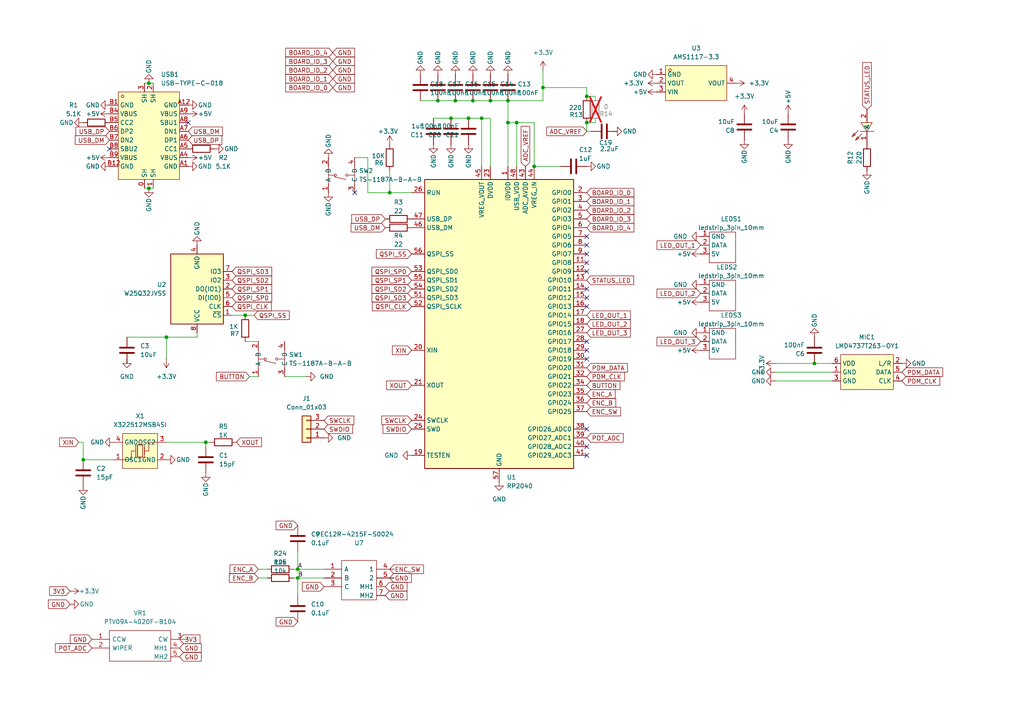
<source format=kicad_sch>
(kicad_sch (version 20231120) (generator "eeschema") (generator_version "8.0")
  (paper "A4")
  (junction (at 154.94 48.26))
  (junction (at 157.48 25.4))
  (junction (at 139.7 34.29))
  (junction (at 71.12 91.44))
  (junction (at 86.36 165.1))
  (junction (at 142.24 29.21))
  (junction (at 170.18 27.94))
  (junction (at 43.18 54.61))
  (junction (at 86.36 167.64))
  (junction (at 59.69 128.27))
  (junction (at 127 29.21))
  (junction (at 24.13 133.35))
  (junction (at 130.81 34.29))
  (junction (at 147.32 29.21))
  (junction (at 147.32 35.56))
  (junction (at 236.22 105.41))
  (junction (at 132.08 29.21))
  (junction (at 149.86 35.56))
  (junction (at 43.18 24.13))
  (junction (at 135.89 34.29))
  (junction (at 113.03 55.88))
  (junction (at 170.18 35.56))
  (junction (at 137.16 29.21))
  (junction (at 48.26 97.79))
  (no_connect (at 170.18 73.66))
  (no_connect (at 102.87 55.88))
  (no_connect (at 170.18 104.14))
  (no_connect (at 170.18 68.58))
  (no_connect (at 170.18 132.08))
  (no_connect (at 170.18 99.06))
  (no_connect (at 31.75 43.18))
  (no_connect (at 170.18 83.82))
  (no_connect (at 170.18 76.2))
  (no_connect (at 170.18 86.36))
  (no_connect (at 170.18 71.12))
  (no_connect (at 170.18 124.46))
  (no_connect (at 170.18 78.74))
  (no_connect (at 54.61 35.56))
  (no_connect (at 170.18 88.9))
  (no_connect (at 170.18 129.54))
  (no_connect (at 170.18 101.6))
  (wire (pts (xy 48.26 97.79) (xy 48.26 104.14)))
  (wire (pts (xy 170.18 35.56) (xy 170.18 38.1)))
  (wire (pts (xy 72.39 109.22) (xy 74.93 109.22)))
  (wire (pts (xy 85.09 167.64) (xy 86.36 167.64)))
  (wire (pts (xy 147.32 35.56) (xy 149.86 35.56)))
  (wire (pts (xy 74.93 99.06) (xy 71.12 99.06)))
  (wire (pts (xy 157.48 25.4) (xy 170.18 25.4)))
  (wire (pts (xy 41.91 54.61) (xy 43.18 54.61)))
  (wire (pts (xy 147.32 29.21) (xy 147.32 35.56)))
  (wire (pts (xy 85.09 165.1) (xy 86.36 165.1)))
  (wire (pts (xy 74.93 167.64) (xy 77.47 167.64)))
  (wire (pts (xy 41.91 24.13) (xy 43.18 24.13)))
  (wire (pts (xy 135.89 34.29) (xy 139.7 34.29)))
  (wire (pts (xy 67.31 91.44) (xy 71.12 91.44)))
  (wire (pts (xy 149.86 35.56) (xy 149.86 48.26)))
  (wire (pts (xy 127 29.21) (xy 132.08 29.21)))
  (wire (pts (xy 170.18 27.94) (xy 170.18 29.21)))
  (wire (pts (xy 113.03 49.53) (xy 113.03 55.88)))
  (wire (pts (xy 132.08 29.21) (xy 137.16 29.21)))
  (wire (pts (xy 43.18 54.61) (xy 44.45 54.61)))
  (wire (pts (xy 170.18 27.94) (xy 172.72 27.94)))
  (wire (pts (xy 86.36 165.1) (xy 93.98 165.1)))
  (wire (pts (xy 86.36 167.64) (xy 86.36 172.72)))
  (wire (pts (xy 82.55 109.22) (xy 88.9 109.22)))
  (wire (pts (xy 102.87 45.72) (xy 106.68 45.72)))
  (wire (pts (xy 241.3 107.95) (xy 224.79 107.95)))
  (wire (pts (xy 171.45 38.1) (xy 170.18 38.1)))
  (wire (pts (xy 157.48 29.21) (xy 147.32 29.21)))
  (wire (pts (xy 170.18 35.56) (xy 172.72 35.56)))
  (wire (pts (xy 241.3 105.41) (xy 236.22 105.41)))
  (wire (pts (xy 162.56 48.26) (xy 154.94 48.26)))
  (wire (pts (xy 22.86 128.27) (xy 24.13 128.27)))
  (wire (pts (xy 241.3 110.49) (xy 224.79 110.49)))
  (wire (pts (xy 106.68 45.72) (xy 106.68 55.88)))
  (wire (pts (xy 36.83 97.79) (xy 48.26 97.79)))
  (wire (pts (xy 142.24 48.26) (xy 142.24 34.29)))
  (wire (pts (xy 24.13 128.27) (xy 24.13 133.35)))
  (wire (pts (xy 137.16 29.21) (xy 142.24 29.21)))
  (wire (pts (xy 149.86 35.56) (xy 154.94 35.56)))
  (wire (pts (xy 147.32 35.56) (xy 147.32 48.26)))
  (wire (pts (xy 60.96 128.27) (xy 59.69 128.27)))
  (wire (pts (xy 113.03 55.88) (xy 119.38 55.88)))
  (wire (pts (xy 236.22 105.41) (xy 224.79 105.41)))
  (wire (pts (xy 36.83 104.14) (xy 36.83 105.41)))
  (wire (pts (xy 113.03 165.1) (xy 114.3 165.1)))
  (wire (pts (xy 48.26 97.79) (xy 57.15 97.79)))
  (wire (pts (xy 113.03 167.64) (xy 114.3 167.64)))
  (wire (pts (xy 125.73 34.29) (xy 130.81 34.29)))
  (wire (pts (xy 86.36 167.64) (xy 93.98 167.64)))
  (wire (pts (xy 170.18 25.4) (xy 170.18 27.94)))
  (wire (pts (xy 130.81 34.29) (xy 135.89 34.29)))
  (wire (pts (xy 48.26 128.27) (xy 59.69 128.27)))
  (wire (pts (xy 157.48 20.32) (xy 157.48 25.4)))
  (wire (pts (xy 74.93 165.1) (xy 77.47 165.1)))
  (wire (pts (xy 86.36 160.02) (xy 86.36 165.1)))
  (wire (pts (xy 142.24 29.21) (xy 147.32 29.21)))
  (wire (pts (xy 179.07 38.1) (xy 177.8 38.1)))
  (wire (pts (xy 33.02 133.35) (xy 24.13 133.35)))
  (wire (pts (xy 106.68 55.88) (xy 113.03 55.88)))
  (wire (pts (xy 71.12 91.44) (xy 73.66 91.44)))
  (wire (pts (xy 43.18 24.13) (xy 44.45 24.13)))
  (wire (pts (xy 52.07 185.42) (xy 54.61 185.42)))
  (wire (pts (xy 139.7 34.29) (xy 139.7 48.26)))
  (wire (pts (xy 121.92 29.21) (xy 127 29.21)))
  (wire (pts (xy 157.48 25.4) (xy 157.48 29.21)))
  (wire (pts (xy 154.94 48.26) (xy 154.94 35.56)))
  (wire (pts (xy 142.24 34.29) (xy 139.7 34.29)))
  (wire (pts (xy 59.69 128.27) (xy 59.69 129.54)))
  (wire (pts (xy 57.15 97.79) (xy 57.15 96.52)))
  (label "B" (at 86.36 167.64 0))
  (label "A" (at 86.36 165.1 0))
  (global_label "QSPI_SD2" (shape input) (at 119.38 83.82 180) (property "Intersheetrefs" "${INTERSHEET_REFS}" (effects (hide yes))))
  (global_label "USB_DM" (shape input) (at 54.61 38.1 0) (property "Intersheetrefs" "${INTERSHEET_REFS}" (effects (hide yes))))
  (global_label "GND" (shape input) (at 96.52 25.4 0) (property "Intersheetrefs" "${INTERSHEET_REFS}" (effects (hide yes))))
  (global_label "USB_DM" (shape input) (at 111.76 66.04 180) (property "Intersheetrefs" "${INTERSHEET_REFS}" (effects (hide yes))))
  (global_label "GND" (shape input) (at 96.52 15.24 0) (property "Intersheetrefs" "${INTERSHEET_REFS}" (effects (hide yes))))
  (global_label "BOARD_ID_4" (shape input) (at 96.52 15.24 180) (property "Intersheetrefs" "${INTERSHEET_REFS}" (effects (hide yes))))
  (global_label "GND" (shape input) (at 52.07 190.5 0) (property "Intersheetrefs" "${INTERSHEET_REFS}" (effects (hide yes))))
  (global_label "LED_OUT_2" (shape input) (at 203.2 85.09 180) (property "Intersheetrefs" "${INTERSHEET_REFS}" (effects (hide yes))))
  (global_label "BOARD_ID_1" (shape input) (at 170.18 58.42 0) (property "Intersheetrefs" "${INTERSHEET_REFS}" (effects (hide yes))))
  (global_label "LED_OUT_3" (shape input) (at 170.18 96.52 0) (property "Intersheetrefs" "${INTERSHEET_REFS}" (effects (hide yes))))
  (global_label "ENC_A" (shape input) (at 74.93 165.1 180) (property "Intersheetrefs" "${INTERSHEET_REFS}" (effects (hide yes))))
  (global_label "GND" (shape input) (at 96.52 17.78 0) (property "Intersheetrefs" "${INTERSHEET_REFS}" (effects (hide yes))))
  (global_label "BOARD_ID_0" (shape input) (at 170.18 55.88 0) (property "Intersheetrefs" "${INTERSHEET_REFS}" (effects (hide yes))))
  (global_label "QSPI_SS" (shape input) (at 73.66 91.44 0) (property "Intersheetrefs" "${INTERSHEET_REFS}" (effects (hide yes))))
  (global_label "BOARD_ID_2" (shape input) (at 96.52 20.32 180) (property "Intersheetrefs" "${INTERSHEET_REFS}" (effects (hide yes))))
  (global_label "USB_DP" (shape input) (at 31.75 38.1 180) (property "Intersheetrefs" "${INTERSHEET_REFS}" (effects (hide yes))))
  (global_label "PDM_DATA" (shape input) (at 170.18 106.68 0) (property "Intersheetrefs" "${INTERSHEET_REFS}" (effects (hide yes))))
  (global_label "ADC_VREF" (shape input) (at 152.4 48.26 90) (property "Intersheetrefs" "${INTERSHEET_REFS}" (effects (hide yes))))
  (global_label "ENC_B" (shape input) (at 74.93 167.64 180) (property "Intersheetrefs" "${INTERSHEET_REFS}" (effects (hide yes))))
  (global_label "LED_OUT_1" (shape input) (at 170.18 91.44 0) (property "Intersheetrefs" "${INTERSHEET_REFS}" (effects (hide yes))))
  (global_label "QSPI_SS" (shape input) (at 119.38 73.66 180) (property "Intersheetrefs" "${INTERSHEET_REFS}" (effects (hide yes))))
  (global_label "XIN" (shape input) (at 22.86 128.27 180) (property "Intersheetrefs" "${INTERSHEET_REFS}" (effects (hide yes))))
  (global_label "SWCLK" (shape input) (at 119.38 121.92 180) (property "Intersheetrefs" "${INTERSHEET_REFS}" (effects (hide yes))))
  (global_label "BOARD_ID_2" (shape input) (at 170.18 60.96 0) (property "Intersheetrefs" "${INTERSHEET_REFS}" (effects (hide yes))))
  (global_label "QSPI_SP1" (shape input) (at 67.31 83.82 0) (property "Intersheetrefs" "${INTERSHEET_REFS}" (effects (hide yes))))
  (global_label "ENC_SW" (shape input) (at 170.18 119.38 0) (property "Intersheetrefs" "${INTERSHEET_REFS}" (effects (hide yes))))
  (global_label "LED_OUT_3" (shape input) (at 203.2 99.06 180) (property "Intersheetrefs" "${INTERSHEET_REFS}" (effects (hide yes))))
  (global_label "USB_DM" (shape input) (at 31.75 40.64 180) (property "Intersheetrefs" "${INTERSHEET_REFS}" (effects (hide yes))))
  (global_label "GND" (shape input) (at 111.76 172.72 0) (property "Intersheetrefs" "${INTERSHEET_REFS}" (effects (hide yes))))
  (global_label "PDM_CLK" (shape input) (at 261.62 110.49 0) (property "Intersheetrefs" "${INTERSHEET_REFS}" (effects (hide yes))))
  (global_label "GND" (shape input) (at 96.52 20.32 0) (property "Intersheetrefs" "${INTERSHEET_REFS}" (effects (hide yes))))
  (global_label "QSPI_SP1" (shape input) (at 119.38 81.28 180) (property "Intersheetrefs" "${INTERSHEET_REFS}" (effects (hide yes))))
  (global_label "GND" (shape input) (at 52.07 187.96 0) (property "Intersheetrefs" "${INTERSHEET_REFS}" (effects (hide yes))))
  (global_label "QSPI_CLK" (shape input) (at 67.31 88.9 0) (property "Intersheetrefs" "${INTERSHEET_REFS}" (effects (hide yes))))
  (global_label "ENC_B" (shape input) (at 170.18 116.84 0) (property "Intersheetrefs" "${INTERSHEET_REFS}" (effects (hide yes))))
  (global_label "BOARD_ID_1" (shape input) (at 96.52 22.86 180) (property "Intersheetrefs" "${INTERSHEET_REFS}" (effects (hide yes))))
  (global_label "GND" (shape input) (at 86.36 180.34 180) (property "Intersheetrefs" "${INTERSHEET_REFS}" (effects (hide yes))))
  (global_label "XOUT" (shape input) (at 119.38 111.76 180) (property "Intersheetrefs" "${INTERSHEET_REFS}" (effects (hide yes))))
  (global_label "BOARD_ID_4" (shape input) (at 170.18 66.04 0) (property "Intersheetrefs" "${INTERSHEET_REFS}" (effects (hide yes))))
  (global_label "QSPI_SP0" (shape input) (at 67.31 86.36 0) (property "Intersheetrefs" "${INTERSHEET_REFS}" (effects (hide yes))))
  (global_label "3V3" (shape input) (at 52.07 185.42 0) (property "Intersheetrefs" "${INTERSHEET_REFS}" (effects (hide yes))))
  (global_label "GND" (shape input) (at 20.32 175.26 180) (property "Intersheetrefs" "${INTERSHEET_REFS}" (effects (hide yes))))
  (global_label "GND" (shape input) (at 96.52 22.86 0) (property "Intersheetrefs" "${INTERSHEET_REFS}" (effects (hide yes))))
  (global_label "PDM_CLK" (shape input) (at 170.18 109.22 0) (property "Intersheetrefs" "${INTERSHEET_REFS}" (effects (hide yes))))
  (global_label "BOARD_ID_3" (shape input) (at 96.52 17.78 180) (property "Intersheetrefs" "${INTERSHEET_REFS}" (effects (hide yes))))
  (global_label "USB_DP" (shape input) (at 111.76 63.5 180) (property "Intersheetrefs" "${INTERSHEET_REFS}" (effects (hide yes))))
  (global_label "GND" (shape input) (at 93.98 170.18 180) (property "Intersheetrefs" "${INTERSHEET_REFS}" (effects (hide yes))))
  (global_label "SWDIO" (shape input) (at 119.38 124.46 180) (property "Intersheetrefs" "${INTERSHEET_REFS}" (effects (hide yes))))
  (global_label "ADC_VREF" (shape input) (at 170.18 38.1 180) (property "Intersheetrefs" "${INTERSHEET_REFS}" (effects (hide yes))))
  (global_label "SWCLK" (shape input) (at 93.98 121.92 0) (property "Intersheetrefs" "${INTERSHEET_REFS}" (effects (hide yes))))
  (global_label "BUTTON" (shape input) (at 170.18 111.76 0) (property "Intersheetrefs" "${INTERSHEET_REFS}" (effects (hide yes))))
  (global_label "SWDIO" (shape input) (at 93.98 124.46 0) (property "Intersheetrefs" "${INTERSHEET_REFS}" (effects (hide yes))))
  (global_label "XIN" (shape input) (at 119.38 101.6 180) (property "Intersheetrefs" "${INTERSHEET_REFS}" (effects (hide yes))))
  (global_label "STATUS_LED" (shape input) (at 251.46 31.75 90) (property "Intersheetrefs" "${INTERSHEET_REFS}" (effects (hide yes))))
  (global_label "BOARD_ID_3" (shape input) (at 170.18 63.5 0) (property "Intersheetrefs" "${INTERSHEET_REFS}" (effects (hide yes))))
  (global_label "XOUT" (shape input) (at 68.58 128.27 0) (property "Intersheetrefs" "${INTERSHEET_REFS}" (effects (hide yes))))
  (global_label "STATUS_LED" (shape input) (at 170.18 81.28 0) (property "Intersheetrefs" "${INTERSHEET_REFS}" (effects (hide yes))))
  (global_label "POT_ADC" (shape input) (at 170.18 127 0) (property "Intersheetrefs" "${INTERSHEET_REFS}" (effects (hide yes))))
  (global_label "GND" (shape input) (at 26.67 185.42 180) (property "Intersheetrefs" "${INTERSHEET_REFS}" (effects (hide yes))))
  (global_label "3V3" (shape input) (at 20.32 171.45 180) (property "Intersheetrefs" "${INTERSHEET_REFS}" (effects (hide yes))))
  (global_label "LED_OUT_2" (shape input) (at 170.18 93.98 0) (property "Intersheetrefs" "${INTERSHEET_REFS}" (effects (hide yes))))
  (global_label "GND" (shape input) (at 86.36 152.4 180) (property "Intersheetrefs" "${INTERSHEET_REFS}" (effects (hide yes))))
  (global_label "QSPI_SD3" (shape input) (at 119.38 86.36 180) (property "Intersheetrefs" "${INTERSHEET_REFS}" (effects (hide yes))))
  (global_label "PDM_DATA" (shape input) (at 261.62 107.95 0) (property "Intersheetrefs" "${INTERSHEET_REFS}" (effects (hide yes))))
  (global_label "LED_OUT_1" (shape input) (at 203.2 71.12 180) (property "Intersheetrefs" "${INTERSHEET_REFS}" (effects (hide yes))))
  (global_label "QSPI_SD3" (shape input) (at 67.31 78.74 0) (property "Intersheetrefs" "${INTERSHEET_REFS}" (effects (hide yes))))
  (global_label "POT_ADC" (shape input) (at 26.67 187.96 180) (property "Intersheetrefs" "${INTERSHEET_REFS}" (effects (hide yes))))
  (global_label "QSPI_SP0" (shape input) (at 119.38 78.74 180) (property "Intersheetrefs" "${INTERSHEET_REFS}" (effects (hide yes))))
  (global_label "USB_DP" (shape input) (at 54.61 40.64 0) (property "Intersheetrefs" "${INTERSHEET_REFS}" (effects (hide yes))))
  (global_label "BUTTON" (shape input) (at 72.39 109.22 180) (property "Intersheetrefs" "${INTERSHEET_REFS}" (effects (hide yes))))
  (global_label "BOARD_ID_0" (shape input) (at 96.52 25.4 180) (property "Intersheetrefs" "${INTERSHEET_REFS}" (effects (hide yes))))
  (global_label "ENC_SW" (shape input) (at 113.03 165.1 0) (property "Intersheetrefs" "${INTERSHEET_REFS}" (effects (hide yes))))
  (global_label "QSPI_SD2" (shape input) (at 67.31 81.28 0) (property "Intersheetrefs" "${INTERSHEET_REFS}" (effects (hide yes))))
  (global_label "GND" (shape input) (at 111.76 170.18 0) (property "Intersheetrefs" "${INTERSHEET_REFS}" (effects (hide yes))))
  (global_label "QSPI_CLK" (shape input) (at 119.38 88.9 180) (property "Intersheetrefs" "${INTERSHEET_REFS}" (effects (hide yes))))
  (global_label "ENC_A" (shape input) (at 170.18 114.3 0) (property "Intersheetrefs" "${INTERSHEET_REFS}" (effects (hide yes))))
  (global_label "GND" (shape input) (at 113.03 167.64 0) (property "Intersheetrefs" "${INTERSHEET_REFS}" (effects (hide yes))))
  (symbol (lib_id "power:GND") (at 147.32 21.59 180) (unit 1)
    (property "Reference" "#PWR070" (effects (hide yes)))
    (property "Value" "GND" (at 147.32 18.796 90) (effects (justify right)))
    (property "Description" "Power symbol creates a global label with name \"GND\" , ground" (effects (hide yes)))
  )
  (symbol (lib_id "easyeda2kicad:USB-TYPE-C-018") (at 43.18 39.37 0) (unit 1)
    (property "Reference" "USB1" (at 46.6441 21.59 0) (effects (justify left)))
    (property "Value" "USB-TYPE-C-018" (at 46.6441 24.13 0) (effects (justify left)))
    (property "Footprint" "easyeda2kicad:USB-C_SMD-TYPE-C-31-M-12" (effects (hide yes)))
    (property "LCSC Part" "C2927038" (effects (hide yes)))
  )
  (symbol (lib_name "ledstrip_3pin_10mm_1") (lib_id "kylarLEDs:ledstrip_3pin_10mm") (at 205.74 67.31 0) (unit 1)
    (property "Reference" "LEDS1" (at 212.09 63.5 0))
    (property "Value" "ledstrip_3pin_10mm" (at 212.09 66.04 0))
    (property "Footprint" "mouser:ledstrip_3pin_withpins" (effects (hide yes)))
  )
  (symbol (lib_id "power:GND") (at 236.22 97.79 180) (unit 1)
    (property "Reference" "#PWR031" (effects (hide yes)))
    (property "Value" "GND" (at 236.22 94.996 90) (effects (justify right)))
    (property "Description" "Power symbol creates a global label with name \"GND\" , ground" (effects (hide yes)))
  )
  (symbol (lib_id "Device:R") (at 170.18 31.75 0) (unit 1)
    (property "Reference" "R13" (at 167.132 33.274 0))
    (property "Value" "220" (at 166.878 31.242 0))
    (property "Footprint" "Resistor_SMD:R_0402_1005Metric" (effects (hide yes)))
    (property "Description" "Resistor" (effects (hide yes)))
  )
  (symbol (lib_id "power:GND") (at 132.08 21.59 180) (unit 1)
    (property "Reference" "#PWR073" (effects (hide yes)))
    (property "Value" "GND" (at 132.08 18.796 90) (effects (justify right)))
    (property "Description" "Power symbol creates a global label with name \"GND\" , ground" (effects (hide yes)))
  )
  (symbol (lib_id "Device:C") (at 132.08 25.4 180) (unit 1)
    (property "Reference" "C16" (at 134.874 24.384 0) (effects (justify right)))
    (property "Value" "100nF" (at 134.874 26.924 0) (effects (justify right)))
    (property "Footprint" "Capacitor_SMD:C_0402_1005Metric" (effects (hide yes)))
    (property "Description" "Unpolarized capacitor" (effects (hide yes)))
  )
  (symbol (lib_id "power:+3.3V") (at 20.32 171.45 270) (unit 1)
    (property "Reference" "#PWR068" (effects (hide yes)))
    (property "Value" "+3.3V" (at 22.86 171.45 90) (effects (justify left)))
    (property "Description" "Power symbol creates a global label with name \"+3.3V\"" (effects (hide yes)))
  )
  (symbol (lib_id "power:GND") (at 31.75 30.48 270) (unit 1)
    (property "Reference" "#PWR04" (effects (hide yes)))
    (property "Value" "GND" (at 28.956 30.48 90) (effects (justify right)))
    (property "Description" "Power symbol creates a global label with name \"GND\" , ground" (effects (hide yes)))
  )
  (symbol (lib_id "power:GND") (at 95.25 45.72 180) (unit 1)
    (property "Reference" "#PWR044" (effects (hide yes)))
    (property "Value" "GND" (at 95.25 42.926 90) (effects (justify right)))
    (property "Description" "Power symbol creates a global label with name \"GND\" , ground" (effects (hide yes)))
  )
  (symbol (lib_id "power:+3.3V") (at 157.48 20.32 0) (unit 1)
    (property "Reference" "#PWR069" (effects (hide yes)))
    (property "Value" "+3.3V" (at 157.48 15.24 0))
    (property "Description" "Power symbol creates a global label with name \"+3.3V\"" (effects (hide yes)))
  )
  (symbol (lib_id "power:+3.3V") (at 213.36 24.13 270) (unit 1)
    (property "Reference" "#PWR032" (effects (hide yes)))
    (property "Value" "+3.3V" (at 217.17 24.1299 90) (effects (justify left)))
    (property "Description" "Power symbol creates a global label with name \"+3.3V\"" (effects (hide yes)))
  )
  (symbol (lib_id "Device:C") (at 86.36 156.21 180) (unit 1)
    (property "Reference" "C9" (at 90.17 154.9399 0) (effects (justify right)))
    (property "Value" "0.1uF" (at 90.17 157.4799 0) (effects (justify right)))
    (property "Footprint" "Capacitor_SMD:C_0402_1005Metric" (effects (hide yes)))
    (property "Description" "Unpolarized capacitor" (effects (hide yes)))
  )
  (symbol (lib_name "ledstrip_3pin_10mm_1") (lib_id "kylarLEDs:ledstrip_3pin_10mm") (at 205.74 81.28 0) (unit 1)
    (property "Reference" "LEDS2" (at 210.82 77.47 0))
    (property "Value" "ledstrip_3pin_10mm" (at 212.09 80.01 0))
    (property "Footprint" "mouser:ledstrip_3pin_withpins" (effects (hide yes)))
  )
  (symbol (lib_id "easyeda2kicad:LMD4737T263-OY1") (at 251.46 107.95 0) (unit 1)
    (property "Reference" "MIC1" (at 251.46 97.79 0))
    (property "Value" "LMD4737T263-OY1" (at 251.46 100.33 0))
    (property "Footprint" "easyeda2kicad:LGA-6_L4.7-W3.8-P1.65_LMD4737T" (effects (hide yes)))
    (property "LCSC Part" "C5373239" (effects (hide yes)))
  )
  (symbol (lib_id "Device:C") (at 215.9 36.83 0) (unit 1)
    (property "Reference" "C8" (at 213.106 37.846 0) (effects (justify right)))
    (property "Value" "10uF" (at 213.106 35.306 0) (effects (justify right)))
    (property "Footprint" "Capacitor_SMD:C_0402_1005Metric" (effects (hide yes)))
    (property "Description" "Unpolarized capacitor" (effects (hide yes)))
  )
  (symbol (lib_id "power:+5V") (at 54.61 33.02 270) (unit 1)
    (property "Reference" "#PWR08" (effects (hide yes)))
    (property "Value" "+5V" (at 57.404 33.02 90) (effects (justify left)))
    (property "Description" "Power symbol creates a global label with name \"+5V\"" (effects (hide yes)))
  )
  (symbol (lib_id "power:GND") (at 59.69 137.16 0) (unit 1)
    (property "Reference" "#PWR018" (effects (hide yes)))
    (property "Value" "GND" (at 59.69 139.954 90) (effects (justify right)))
    (property "Description" "Power symbol creates a global label with name \"GND\" , ground" (effects (hide yes)))
  )
  (symbol (lib_id "power:+5V") (at 203.2 101.6 90) (unit 1)
    (property "Reference" "#PWR059" (effects (hide yes)))
    (property "Value" "+5V" (at 200.406 101.6 90) (effects (justify left)))
    (property "Description" "Power symbol creates a global label with name \"+5V\"" (effects (hide yes)))
  )
  (symbol (lib_id "power:+5V") (at 190.5 26.67 90) (unit 1)
    (property "Reference" "#PWR039" (effects (hide yes)))
    (property "Value" "+5V" (at 187.706 26.67 90) (effects (justify left)))
    (property "Description" "Power symbol creates a global label with name \"+5V\"" (effects (hide yes)))
  )
  (symbol (lib_id "power:+5V") (at 228.6 33.02 0) (unit 1)
    (property "Reference" "#PWR035" (effects (hide yes)))
    (property "Value" "+5V" (at 228.6 30.226 90) (effects (justify left)))
    (property "Description" "Power symbol creates a global label with name \"+5V\"" (effects (hide yes)))
  )
  (symbol (lib_id "power:GND") (at 54.61 30.48 90) (unit 1)
    (property "Reference" "#PWR02" (effects (hide yes)))
    (property "Value" "GND" (at 57.404 30.48 90) (effects (justify right)))
    (property "Description" "Power symbol creates a global label with name \"GND\" , ground" (effects (hide yes)))
  )
  (symbol (lib_id "Device:C") (at 59.69 133.35 180) (unit 1)
    (property "Reference" "C1" (at 63.5 132.0799 0) (effects (justify right)))
    (property "Value" "15pF" (at 63.5 134.6199 0) (effects (justify right)))
    (property "Footprint" "Capacitor_SMD:C_0402_1005Metric" (effects (hide yes)))
    (property "Description" "Unpolarized capacitor" (effects (hide yes)))
  )
  (symbol (lib_id "power:GND") (at 121.92 21.59 180) (unit 1)
    (property "Reference" "#PWR075" (effects (hide yes)))
    (property "Value" "GND" (at 121.92 18.796 90) (effects (justify right)))
    (property "Description" "Power symbol creates a global label with name \"GND\" , ground" (effects (hide yes)))
  )
  (symbol (lib_id "MCU_RaspberryPi:RP2040") (at 144.78 93.98 0) (unit 1)
    (property "Reference" "U1" (at 146.9741 138.43 0) (effects (justify left)))
    (property "Value" "RP2040" (at 146.9741 140.97 0) (effects (justify left)))
    (property "Footprint" "Package_DFN_QFN:QFN-56-1EP_7x7mm_P0.4mm_EP3.2x3.2mm" (effects (hide yes)))
    (property "Datasheet" "https://datasheets.raspberrypi.com/rp2040/rp2040-datasheet.pdf" (effects (hide yes)))
    (property "Description" "A microcontroller by Raspberry Pi" (effects (hide yes)))
  )
  (symbol (lib_id "Device:C") (at 121.92 25.4 180) (unit 1)
    (property "Reference" "C18" (at 124.714 24.384 0) (effects (justify right)))
    (property "Value" "100nF" (at 124.714 26.924 0) (effects (justify right)))
    (property "Footprint" "Capacitor_SMD:C_0402_1005Metric" (effects (hide yes)))
    (property "Description" "Unpolarized capacitor" (effects (hide yes)))
  )
  (symbol (lib_id "Device:R") (at 113.03 45.72 0) (unit 1)
    (property "Reference" "R6" (at 109.982 47.244 0))
    (property "Value" "10K" (at 109.728 45.212 0))
    (property "Footprint" "Resistor_SMD:R_0402_1005Metric" (effects (hide yes)))
    (property "Description" "Resistor" (effects (hide yes)))
  )
  (symbol (lib_id "power:GND") (at 57.15 71.12 180) (unit 1)
    (property "Reference" "#PWR019" (effects (hide yes)))
    (property "Value" "GND" (at 57.15 68.326 90) (effects (justify right)))
    (property "Description" "Power symbol creates a global label with name \"GND\" , ground" (effects (hide yes)))
  )
  (symbol (lib_id "Device:R") (at 172.72 31.75 0) (unit 1) (dnp yes)
    (property "Reference" "R14" (at 175.768 33.02 0))
    (property "Value" "0" (at 175.768 30.988 0))
    (property "Footprint" "Resistor_SMD:R_0402_1005Metric" (effects (hide yes)))
    (property "Description" "Resistor" (effects (hide yes)))
  )
  (symbol (lib_id "Device:C") (at 86.36 176.53 180) (unit 1)
    (property "Reference" "C10" (at 90.17 175.2599 0) (effects (justify right)))
    (property "Value" "0.1uF" (at 90.17 177.7999 0) (effects (justify right)))
    (property "Footprint" "Capacitor_SMD:C_0402_1005Metric" (effects (hide yes)))
    (property "Description" "Unpolarized capacitor" (effects (hide yes)))
  )
  (symbol (lib_id "power:GND") (at 54.61 48.26 90) (unit 1)
    (property "Reference" "#PWR05" (effects (hide yes)))
    (property "Value" "GND" (at 57.404 48.26 90) (effects (justify right)))
    (property "Description" "Power symbol creates a global label with name \"GND\" , ground" (effects (hide yes)))
  )
  (symbol (lib_id "power:+5V") (at 54.61 45.72 270) (unit 1)
    (property "Reference" "#PWR010" (effects (hide yes)))
    (property "Value" "+5V" (at 57.404 45.72 90) (effects (justify left)))
    (property "Description" "Power symbol creates a global label with name \"+5V\"" (effects (hide yes)))
  )
  (symbol (lib_id "SamacSys_Parts:PTV09A-4020F-B104") (at 26.67 185.42 0) (unit 1) (in_bom no)
    (property "Reference" "VR1" (at 40.64 177.8 0))
    (property "Value" "PTV09A-4020F-B104" (at 40.64 180.34 0))
    (property "Footprint" "mouser:PTV09A4020FB103" (effects (hide yes)))
    (property "Description" "Bourns PTV09A-4020F-B104 1 Gang Rotary Carbon Potentiometer with a 6 mm Dia. Shaft, 100k, +/-20%, 0.05W, Linear" (effects (hide yes)))
    (property "Mouser Part Number" "652-PTV09A-4020FB104" (effects (hide yes)))
    (property "Mouser Price/Stock" "https://www.mouser.co.uk/ProductDetail/Bourns/PTV09A-4020F-B104?qs=Qzws7J6gxqwTQanrz88HwA%3D%3D" (effects (hide yes)))
    (property "Manufacturer_Name" "Bourns" (effects (hide yes)))
    (property "Manufacturer_Part_Number" "PTV09A-4020F-B104" (effects (hide yes)))
  )
  (symbol (lib_id "power:GND") (at 48.26 133.35 90) (unit 1)
    (property "Reference" "#PWR016" (effects (hide yes)))
    (property "Value" "GND" (at 51.054 133.35 90) (effects (justify right)))
    (property "Description" "Power symbol creates a global label with name \"GND\" , ground" (effects (hide yes)))
  )
  (symbol (lib_id "Connector_Generic:Conn_01x03") (at 88.9 124.46 180) (unit 1)
    (property "Reference" "J1" (at 88.9 115.57 0))
    (property "Value" "Conn_01x03" (at 88.9 118.11 0))
    (property "Footprint" "Connector_PinHeader_2.54mm:PinHeader_1x03_P2.54mm_Vertical" (effects (hide yes)))
    (property "Description" "Generic connector, single row, 01x03, script generated (kicad-library-utils/schlib/autogen/connector/)" (effects (hide yes)))
  )
  (symbol (lib_id "power:GND") (at 62.23 43.18 90) (unit 1)
    (property "Reference" "#PWR012" (effects (hide yes)))
    (property "Value" "GND" (at 65.024 43.18 90) (effects (justify right)))
    (property "Description" "Power symbol creates a global label with name \"GND\" , ground" (effects (hide yes)))
  )
  (symbol (lib_id "power:+3.3V") (at 224.79 105.41 90) (unit 1)
    (property "Reference" "#PWR027" (effects (hide yes)))
    (property "Value" "+3.3V" (at 220.98 105.918 0))
    (property "Description" "Power symbol creates a global label with name \"+3.3V\"" (effects (hide yes)))
  )
  (symbol (lib_id "power:GND") (at 261.62 105.41 90) (unit 1)
    (property "Reference" "#PWR024" (effects (hide yes)))
    (property "Value" "GND" (at 264.414 105.41 90) (effects (justify right)))
    (property "Description" "Power symbol creates a global label with name \"GND\" , ground" (effects (hide yes)))
  )
  (symbol (lib_id "easyeda2kicad:KT-0603R") (at 251.46 36.83 90) (unit 1)
    (property "Reference" "LED1" (effects (hide yes)))
    (property "Value" "KT-0603R" (effects (hide yes)))
    (property "Footprint" "easyeda2kicad:LED0603-RD" (effects (hide yes)))
    (property "Datasheet" "https://lcsc.com/product-detail/Light-Emitting-Diodes-LED_Red-LED-0603_C2286.html" (effects (hide yes)))
    (property "LCSC Part" "C2286" (effects (hide yes)))
  )
  (symbol (lib_id "Device:C") (at 147.32 25.4 180) (unit 1)
    (property "Reference" "C13" (at 150.114 24.384 0) (effects (justify right)))
    (property "Value" "100nF" (at 150.114 26.924 0) (effects (justify right)))
    (property "Footprint" "Capacitor_SMD:C_0402_1005Metric" (effects (hide yes)))
    (property "Description" "Unpolarized capacitor" (effects (hide yes)))
  )
  (symbol (lib_id "power:GND") (at 228.6 40.64 0) (unit 1)
    (property "Reference" "#PWR036" (effects (hide yes)))
    (property "Value" "GND" (at 228.6 43.434 90) (effects (justify right)))
    (property "Description" "Power symbol creates a global label with name \"GND\" , ground" (effects (hide yes)))
  )
  (symbol (lib_id "power:GND") (at 251.46 49.53 0) (unit 1)
    (property "Reference" "#PWR040" (effects (hide yes)))
    (property "Value" "GND" (at 251.46 52.324 90) (effects (justify right)))
    (property "Description" "Power symbol creates a global label with name \"GND\" , ground" (effects (hide yes)))
  )
  (symbol (lib_id "power:GND") (at 142.24 21.59 180) (unit 1)
    (property "Reference" "#PWR071" (effects (hide yes)))
    (property "Value" "GND" (at 142.24 18.796 90) (effects (justify right)))
    (property "Description" "Power symbol creates a global label with name \"GND\" , ground" (effects (hide yes)))
  )
  (symbol (lib_id "power:GND") (at 93.98 127 90) (unit 1)
    (property "Reference" "#PWR052" (effects (hide yes)))
    (property "Value" "GND" (at 97.79 126.9999 90) (effects (justify right)))
    (property "Description" "Power symbol creates a global label with name \"GND\" , ground" (effects (hide yes)))
  )
  (symbol (lib_id "Device:C") (at 142.24 25.4 180) (unit 1)
    (property "Reference" "C14" (at 145.034 24.384 0) (effects (justify right)))
    (property "Value" "100nF" (at 145.034 26.924 0) (effects (justify right)))
    (property "Footprint" "Capacitor_SMD:C_0402_1005Metric" (effects (hide yes)))
    (property "Description" "Unpolarized capacitor" (effects (hide yes)))
  )
  (symbol (lib_id "easyeda2kicad:TS-1187A-B-A-B") (at 97.79 50.8 90) (unit 1)
    (property "Reference" "SW2" (at 104.14 49.5299 90) (effects (justify right)))
    (property "Value" "TS-1187A-B-A-B" (at 104.14 52.0699 90) (effects (justify right)))
    (property "Footprint" "easyeda2kicad:SW-SMD_4P-L5.1-W5.1-P3.70-LS6.5-TL-2" (effects (hide yes)))
    (property "Datasheet" "https://lcsc.com/product-detail/Tactile-Switches_XKB-Enterprise-TS-1187-B-A-A_C318884.html" (effects (hide yes)))
    (property "LCSC Part" "C318884" (effects (hide yes)))
  )
  (symbol (lib_id "power:GND") (at 127 21.59 180) (unit 1)
    (property "Reference" "#PWR074" (effects (hide yes)))
    (property "Value" "GND" (at 127 18.796 90) (effects (justify right)))
    (property "Description" "Power symbol creates a global label with name \"GND\" , ground" (effects (hide yes)))
  )
  (symbol (lib_id "SamacSys_Parts:PEC12R-4215F-S0024") (at 93.98 165.1 0) (unit 1) (in_bom no)
    (property "Reference" "U7" (at 104.14 157.48 0))
    (property "Value" "PEC12R-4215F-S0024" (at 102.87 154.94 0))
    (property "Footprint" "mouser:PEC12R-4XXXF-SXXXX_court" (effects (hide yes)))
    (property "Datasheet" "https://datasheet.datasheetarchive.com/originals/distributors/DKDS-12/224890.pdf" (effects (hide yes)))
    (property "Description" "Encoders HORZ 24DET 24PULSE 15mm SHAFT SPST SW" (effects (hide yes)))
    (property "Mouser Part Number" "652-PEC12R-4215F-S24" (effects (hide yes)))
    (property "Mouser Price/Stock" "https://www.mouser.co.uk/ProductDetail/Bourns/PEC12R-4215F-S0024?qs=pxDZlBjcsCiq%252B%252BLwoVCNNg%3D%3D" (effects (hide yes)))
    (property "Manufacturer_Name" "Bourns" (effects (hide yes)))
    (property "Manufacturer_Part_Number" "PEC12R-4215F-S0024" (effects (hide yes)))
  )
  (symbol (lib_id "power:GND") (at 144.78 139.7 0) (unit 1)
    (property "Reference" "#PWR01" (effects (hide yes)))
    (property "Value" "GND" (at 144.78 144.78 0))
    (property "Description" "Power symbol creates a global label with name \"GND\" , ground" (effects (hide yes)))
  )
  (symbol (lib_id "Device:R") (at 81.28 165.1 90) (unit 1)
    (property "Reference" "R24" (at 81.28 160.528 90))
    (property "Value" "10k" (at 81.28 163.068 90))
    (property "Footprint" "Resistor_SMD:R_0402_1005Metric" (effects (hide yes)))
    (property "Description" "Resistor" (effects (hide yes)))
  )
  (symbol (lib_id "Memory_Flash:W25Q32JVSS") (at 57.15 83.82 180) (unit 1)
    (property "Reference" "U2" (at 48.26 82.5499 0) (effects (justify left)))
    (property "Value" "W25Q32JVSS" (at 48.26 85.0899 0) (effects (justify left)))
    (property "Footprint" "Package_SO:SOIC-8_5.23x5.23mm_P1.27mm" (effects (hide yes)))
    (property "Datasheet" "http://www.winbond.com/resource-files/w25q32jv%20revg%2003272018%20plus.pdf" (effects (hide yes)))
    (property "Description" "32Mb Serial Flash Memory, Standard/Dual/Quad SPI, SOIC-8" (effects (hide yes)))
  )
  (symbol (lib_id "easyeda2kicad:AMS1117-3.3") (at 201.93 24.13 0) (unit 1)
    (property "Reference" "U3" (at 201.93 13.97 0))
    (property "Value" "AMS1117-3.3" (at 201.93 16.51 0))
    (property "Footprint" "easyeda2kicad:SOT-223-3_L6.5-W3.4-P2.30-LS7.0-BR" (effects (hide yes)))
    (property "Datasheet" "https://lcsc.com/product-detail/Low-Dropout-Regulators-LDO_AMS_AMS1117-3-3_AMS1117-3-3_C6186.html" (effects (hide yes)))
    (property "LCSC Part" "C6186" (effects (hide yes)))
  )
  (symbol (lib_id "power:GND") (at 43.18 54.61 0) (unit 1)
    (property "Reference" "#PWR013" (effects (hide yes)))
    (property "Value" "GND" (at 43.18 57.404 90) (effects (justify right)))
    (property "Description" "Power symbol creates a global label with name \"GND\" , ground" (effects (hide yes)))
  )
  (symbol (lib_id "power:GND") (at 137.16 21.59 180) (unit 1)
    (property "Reference" "#PWR072" (effects (hide yes)))
    (property "Value" "GND" (at 137.16 18.796 90) (effects (justify right)))
    (property "Description" "Power symbol creates a global label with name \"GND\" , ground" (effects (hide yes)))
  )
  (symbol (lib_id "Device:C") (at 135.89 38.1 0) (unit 1)
    (property "Reference" "C21" (at 133.096 39.116 0) (effects (justify right)))
    (property "Value" "100nF" (at 133.096 36.576 0) (effects (justify right)))
    (property "Footprint" "Capacitor_SMD:C_0402_1005Metric" (effects (hide yes)))
    (property "Description" "Unpolarized capacitor" (effects (hide yes)))
  )
  (symbol (lib_id "Device:C") (at 228.6 36.83 0) (unit 1)
    (property "Reference" "C4" (at 225.806 37.846 0) (effects (justify right)))
    (property "Value" "10uF" (at 225.806 35.306 0) (effects (justify right)))
    (property "Footprint" "Capacitor_SMD:C_0402_1005Metric" (effects (hide yes)))
    (property "Description" "Unpolarized capacitor" (effects (hide yes)))
  )
  (symbol (lib_id "Device:C") (at 137.16 25.4 180) (unit 1)
    (property "Reference" "C15" (at 139.954 24.384 0) (effects (justify right)))
    (property "Value" "100nF" (at 139.954 26.924 0) (effects (justify right)))
    (property "Footprint" "Capacitor_SMD:C_0402_1005Metric" (effects (hide yes)))
    (property "Description" "Unpolarized capacitor" (effects (hide yes)))
  )
  (symbol (lib_id "power:GND") (at 43.18 24.13 180) (unit 1)
    (property "Reference" "#PWR014" (effects (hide yes)))
    (property "Value" "GND" (at 43.18 21.336 90) (effects (justify right)))
    (property "Description" "Power symbol creates a global label with name \"GND\" , ground" (effects (hide yes)))
  )
  (symbol (lib_id "Device:R") (at 115.57 66.04 90) (unit 1)
    (property "Reference" "R4" (at 115.57 68.326 90))
    (property "Value" "22" (at 115.57 70.866 90))
    (property "Footprint" "Resistor_SMD:R_0402_1005Metric" (effects (hide yes)))
    (property "Description" "Resistor" (effects (hide yes)))
  )
  (symbol (lib_id "power:GND") (at 203.2 68.58 270) (unit 1)
    (property "Reference" "#PWR054" (effects (hide yes)))
    (property "Value" "GND" (at 199.39 68.5799 90) (effects (justify right)))
    (property "Description" "Power symbol creates a global label with name \"GND\" , ground" (effects (hide yes)))
  )
  (symbol (lib_id "power:GND") (at 20.32 175.26 90) (unit 1)
    (property "Reference" "#PWR067" (effects (hide yes)))
    (property "Value" "GND" (at 23.114 175.26 90) (effects (justify right)))
    (property "Description" "Power symbol creates a global label with name \"GND\" , ground" (effects (hide yes)))
  )
  (symbol (lib_id "power:GND") (at 215.9 40.64 0) (unit 1)
    (property "Reference" "#PWR038" (effects (hide yes)))
    (property "Value" "GND" (at 215.9 43.434 90) (effects (justify right)))
    (property "Description" "Power symbol creates a global label with name \"GND\" , ground" (effects (hide yes)))
  )
  (symbol (lib_id "power:GND") (at 36.83 104.14 0) (unit 1)
    (property "Reference" "#PWR021" (effects (hide yes)))
    (property "Value" "GND" (at 38.862 109.22 0) (effects (justify right)))
    (property "Description" "Power symbol creates a global label with name \"GND\" , ground" (effects (hide yes)))
  )
  (symbol (lib_id "power:GND") (at 33.02 128.27 270) (unit 1)
    (property "Reference" "#PWR015" (effects (hide yes)))
    (property "Value" "GND" (at 30.226 128.27 90) (effects (justify right)))
    (property "Description" "Power symbol creates a global label with name \"GND\" , ground" (effects (hide yes)))
  )
  (symbol (lib_id "power:GND") (at 203.2 96.52 270) (unit 1)
    (property "Reference" "#PWR057" (effects (hide yes)))
    (property "Value" "GND" (at 199.39 96.5199 90) (effects (justify right)))
    (property "Description" "Power symbol creates a global label with name \"GND\" , ground" (effects (hide yes)))
  )
  (symbol (lib_id "Device:C") (at 130.81 38.1 0) (unit 1)
    (property "Reference" "C20" (at 128.016 39.116 0) (effects (justify right)))
    (property "Value" "100nF" (at 128.016 36.576 0) (effects (justify right)))
    (property "Footprint" "Capacitor_SMD:C_0402_1005Metric" (effects (hide yes)))
    (property "Description" "Unpolarized capacitor" (effects (hide yes)))
  )
  (symbol (lib_id "power:GND") (at 224.79 110.49 270) (unit 1)
    (property "Reference" "#PWR026" (effects (hide yes)))
    (property "Value" "GND" (at 221.996 110.49 90) (effects (justify right)))
    (property "Description" "Power symbol creates a global label with name \"GND\" , ground" (effects (hide yes)))
  )
  (symbol (lib_id "power:+3.3V") (at 190.5 24.13 90) (unit 1)
    (property "Reference" "#PWR033" (effects (hide yes)))
    (property "Value" "+3.3V" (at 186.69 24.1299 90) (effects (justify left)))
    (property "Description" "Power symbol creates a global label with name \"+3.3V\"" (effects (hide yes)))
  )
  (symbol (lib_id "power:GND") (at 130.81 41.91 0) (unit 1)
    (property "Reference" "#PWR041" (effects (hide yes)))
    (property "Value" "GND" (at 130.81 44.704 90) (effects (justify right)))
    (property "Description" "Power symbol creates a global label with name \"GND\" , ground" (effects (hide yes)))
  )
  (symbol (lib_id "Device:C") (at 125.73 38.1 0) (unit 1)
    (property "Reference" "C11" (at 122.936 39.116 0) (effects (justify right)))
    (property "Value" "1uF" (at 122.936 36.576 0) (effects (justify right)))
    (property "Footprint" "Capacitor_SMD:C_0402_1005Metric" (effects (hide yes)))
    (property "Description" "Unpolarized capacitor" (effects (hide yes)))
  )
  (symbol (lib_name "ledstrip_3pin_10mm_1") (lib_id "kylarLEDs:ledstrip_3pin_10mm") (at 205.74 95.25 0) (unit 1)
    (property "Reference" "LEDS3" (at 212.09 91.44 0))
    (property "Value" "ledstrip_3pin_10mm" (at 212.09 93.98 0))
    (property "Footprint" "mouser:ledstrip_3pin_withpins" (effects (hide yes)))
  )
  (symbol (lib_id "power:GND") (at 135.89 41.91 0) (unit 1)
    (property "Reference" "#PWR042" (effects (hide yes)))
    (property "Value" "GND" (at 135.89 44.704 90) (effects (justify right)))
    (property "Description" "Power symbol creates a global label with name \"GND\" , ground" (effects (hide yes)))
  )
  (symbol (lib_id "power:+5V") (at 31.75 45.72 90) (unit 1)
    (property "Reference" "#PWR09" (effects (hide yes)))
    (property "Value" "+5V" (at 28.956 45.72 90) (effects (justify left)))
    (property "Description" "Power symbol creates a global label with name \"+5V\"" (effects (hide yes)))
  )
  (symbol (lib_id "Device:C") (at 166.37 48.26 90) (unit 1)
    (property "Reference" "C12" (at 167.894 43.434 90) (effects (justify right)))
    (property "Value" "1uF" (at 167.894 45.974 90) (effects (justify right)))
    (property "Footprint" "Capacitor_SMD:C_0402_1005Metric" (effects (hide yes)))
    (property "Description" "Unpolarized capacitor" (effects (hide yes)))
  )
  (symbol (lib_id "power:+3.3V") (at 48.26 104.14 180) (unit 1)
    (property "Reference" "#PWR020" (effects (hide yes)))
    (property "Value" "+3.3V" (at 48.26 109.22 0))
    (property "Description" "Power symbol creates a global label with name \"+3.3V\"" (effects (hide yes)))
  )
  (symbol (lib_id "power:GND") (at 125.73 41.91 0) (unit 1)
    (property "Reference" "#PWR022" (effects (hide yes)))
    (property "Value" "GND" (at 125.73 44.704 90) (effects (justify right)))
    (property "Description" "Power symbol creates a global label with name \"GND\" , ground" (effects (hide yes)))
  )
  (symbol (lib_id "power:+5V") (at 203.2 73.66 90) (unit 1)
    (property "Reference" "#PWR058" (effects (hide yes)))
    (property "Value" "+5V" (at 200.406 73.66 90) (effects (justify left)))
    (property "Description" "Power symbol creates a global label with name \"+5V\"" (effects (hide yes)))
  )
  (symbol (lib_id "Device:C") (at 24.13 137.16 180) (unit 1)
    (property "Reference" "C2" (at 27.94 135.8899 0) (effects (justify right)))
    (property "Value" "15pF" (at 27.94 138.4299 0) (effects (justify right)))
    (property "Footprint" "Capacitor_SMD:C_0402_1005Metric" (effects (hide yes)))
    (property "Description" "Unpolarized capacitor" (effects (hide yes)))
  )
  (symbol (lib_id "Device:R") (at 81.28 167.64 90) (unit 1)
    (property "Reference" "R25" (at 81.28 163.068 90))
    (property "Value" "10k" (at 81.28 165.608 90))
    (property "Footprint" "Resistor_SMD:R_0402_1005Metric" (effects (hide yes)))
    (property "Description" "Resistor" (effects (hide yes)))
  )
  (symbol (lib_id "power:GND") (at 24.13 35.56 270) (unit 1)
    (property "Reference" "#PWR011" (effects (hide yes)))
    (property "Value" "GND" (at 21.336 35.56 90) (effects (justify right)))
    (property "Description" "Power symbol creates a global label with name \"GND\" , ground" (effects (hide yes)))
  )
  (symbol (lib_id "power:GND") (at 95.25 55.88 0) (unit 1)
    (property "Reference" "#PWR043" (effects (hide yes)))
    (property "Value" "GND" (at 95.25 58.674 90) (effects (justify right)))
    (property "Description" "Power symbol creates a global label with name \"GND\" , ground" (effects (hide yes)))
  )
  (symbol (lib_id "easyeda2kicad:TS-1187A-B-A-B") (at 77.47 104.14 90) (unit 1)
    (property "Reference" "SW1" (at 83.82 102.8699 90) (effects (justify right)))
    (property "Value" "TS-1187A-B-A-B" (at 83.82 105.4099 90) (effects (justify right)))
    (property "Footprint" "easyeda2kicad:SW-SMD_4P-L5.1-W5.1-P3.70-LS6.5-TL-2" (effects (hide yes)))
    (property "Datasheet" "https://lcsc.com/product-detail/Tactile-Switches_XKB-Enterprise-TS-1187-B-A-A_C318884.html" (effects (hide yes)))
    (property "LCSC Part" "C318884" (effects (hide yes)))
  )
  (symbol (lib_id "power:GND") (at 190.5 21.59 270) (unit 1)
    (property "Reference" "#PWR034" (effects (hide yes)))
    (property "Value" "GND" (at 187.706 21.59 90) (effects (justify right)))
    (property "Description" "Power symbol creates a global label with name \"GND\" , ground" (effects (hide yes)))
  )
  (symbol (lib_id "Device:R") (at 71.12 95.25 0) (unit 1)
    (property "Reference" "R7" (at 68.072 96.774 0))
    (property "Value" "1K" (at 67.818 94.742 0))
    (property "Footprint" "Resistor_SMD:R_0402_1005Metric" (effects (hide yes)))
    (property "Description" "Resistor" (effects (hide yes)))
  )
  (symbol (lib_id "easyeda2kicad:X322512MSB4SI") (at 40.64 130.81 0) (unit 1)
    (property "Reference" "X1" (at 40.64 120.65 0))
    (property "Value" "X322512MSB4SI" (at 40.64 123.19 0))
    (property "Footprint" "easyeda2kicad:OSC-SMD_4P-L3.2-W2.5-BL" (effects (hide yes)))
    (property "Datasheet" "https://lcsc.com/product-detail/SMD-Crystals_YSX321SL-12MHZ-20PF-10PPM-40-85_C9002.html" (effects (hide yes)))
    (property "LCSC Part" "C9002" (effects (hide yes)))
  )
  (symbol (lib_id "power:GND") (at 119.38 132.08 270) (unit 1)
    (property "Reference" "#PWR053" (effects (hide yes)))
    (property "Value" "GND" (at 115.57 132.0799 90) (effects (justify right)))
    (property "Description" "Power symbol creates a global label with name \"GND\" , ground" (effects (hide yes)))
  )
  (symbol (lib_id "power:+5V") (at 31.75 33.02 90) (unit 1)
    (property "Reference" "#PWR07" (effects (hide yes)))
    (property "Value" "+5V" (at 28.956 33.02 90) (effects (justify left)))
    (property "Description" "Power symbol creates a global label with name \"+5V\"" (effects (hide yes)))
  )
  (symbol (lib_id "power:GND") (at 177.8 38.1 90) (unit 1)
    (property "Reference" "#PWR078" (effects (hide yes)))
    (property "Value" "GND" (at 180.594 38.1 90) (effects (justify right)))
    (property "Description" "Power symbol creates a global label with name \"GND\" , ground" (effects (hide yes)))
  )
  (symbol (lib_id "power:GND") (at 170.18 48.26 90) (unit 1)
    (property "Reference" "#PWR077" (effects (hide yes)))
    (property "Value" "GND" (at 172.974 48.26 90) (effects (justify right)))
    (property "Description" "Power symbol creates a global label with name \"GND\" , ground" (effects (hide yes)))
  )
  (symbol (lib_id "Device:C") (at 36.83 101.6 180) (unit 1)
    (property "Reference" "C3" (at 40.64 100.3299 0) (effects (justify right)))
    (property "Value" "10uF" (at 40.64 102.8699 0) (effects (justify right)))
    (property "Footprint" "Capacitor_SMD:C_0402_1005Metric" (effects (hide yes)))
    (property "Description" "Unpolarized capacitor" (effects (hide yes)))
  )
  (symbol (lib_id "power:GND") (at 31.75 48.26 270) (unit 1)
    (property "Reference" "#PWR06" (effects (hide yes)))
    (property "Value" "GND" (at 28.956 48.26 90) (effects (justify right)))
    (property "Description" "Power symbol creates a global label with name \"GND\" , ground" (effects (hide yes)))
  )
  (symbol (lib_id "power:+5V") (at 203.2 87.63 90) (unit 1)
    (property "Reference" "#PWR056" (effects (hide yes)))
    (property "Value" "+5V" (at 200.406 87.63 90) (effects (justify left)))
    (property "Description" "Power symbol creates a global label with name \"+5V\"" (effects (hide yes)))
  )
  (symbol (lib_id "Device:R") (at 58.42 43.18 90) (unit 1)
    (property "Reference" "R2" (at 64.77 45.72 90))
    (property "Value" "5.1K" (at 64.77 48.26 90))
    (property "Footprint" "Resistor_SMD:R_0402_1005Metric" (effects (hide yes)))
    (property "Description" "Resistor" (effects (hide yes)))
  )
  (symbol (lib_id "Device:C") (at 127 25.4 180) (unit 1)
    (property "Reference" "C17" (at 129.794 24.384 0) (effects (justify right)))
    (property "Value" "100nF" (at 129.794 26.924 0) (effects (justify right)))
    (property "Footprint" "Capacitor_SMD:C_0402_1005Metric" (effects (hide yes)))
    (property "Description" "Unpolarized capacitor" (effects (hide yes)))
  )
  (symbol (lib_id "power:+3.3V") (at 215.9 33.02 0) (unit 1)
    (property "Reference" "#PWR037" (effects (hide yes)))
    (property "Value" "+3.3V" (at 215.9 27.94 0))
    (property "Description" "Power symbol creates a global label with name \"+3.3V\"" (effects (hide yes)))
  )
  (symbol (lib_id "Device:R") (at 27.94 35.56 90) (unit 1)
    (property "Reference" "R1" (at 21.336 30.48 90))
    (property "Value" "5.1K" (at 21.336 33.02 90))
    (property "Footprint" "Resistor_SMD:R_0402_1005Metric" (effects (hide yes)))
    (property "Description" "Resistor" (effects (hide yes)))
  )
  (symbol (lib_id "Device:R") (at 251.46 45.72 180) (unit 1)
    (property "Reference" "R12" (at 246.634 45.72 90))
    (property "Value" "220" (at 249.174 45.72 90))
    (property "Footprint" "Resistor_SMD:R_0402_1005Metric" (effects (hide yes)))
    (property "Description" "Resistor" (effects (hide yes)))
  )
  (symbol (lib_id "Device:C") (at 236.22 101.6 0) (unit 1)
    (property "Reference" "C6" (at 233.426 102.616 0) (effects (justify right)))
    (property "Value" "100nF" (at 233.426 100.076 0) (effects (justify right)))
    (property "Footprint" "Capacitor_SMD:C_0402_1005Metric" (effects (hide yes)))
    (property "Description" "Unpolarized capacitor" (effects (hide yes)))
  )
  (symbol (lib_id "Device:R") (at 64.77 128.27 90) (unit 1)
    (property "Reference" "R5" (at 64.77 123.698 90))
    (property "Value" "1K" (at 64.77 126.238 90))
    (property "Footprint" "Resistor_SMD:R_0402_1005Metric" (effects (hide yes)))
    (property "Description" "Resistor" (effects (hide yes)))
  )
  (symbol (lib_id "power:GND") (at 24.13 140.97 0) (unit 1)
    (property "Reference" "#PWR017" (effects (hide yes)))
    (property "Value" "GND" (at 24.13 143.764 90) (effects (justify right)))
    (property "Description" "Power symbol creates a global label with name \"GND\" , ground" (effects (hide yes)))
  )
  (symbol (lib_id "power:GND") (at 88.9 109.22 90) (unit 1)
    (property "Reference" "#PWR023" (effects (hide yes)))
    (property "Value" "GND" (at 92.71 109.2199 90) (effects (justify right)))
    (property "Description" "Power symbol creates a global label with name \"GND\" , ground" (effects (hide yes)))
  )
  (symbol (lib_id "power:+3.3V") (at 113.03 41.91 0) (unit 1)
    (property "Reference" "#PWR03" (effects (hide yes)))
    (property "Value" "+3.3V" (at 112.522 38.1 0))
    (property "Description" "Power symbol creates a global label with name \"+3.3V\"" (effects (hide yes)))
  )
  (symbol (lib_id "Device:R") (at 115.57 63.5 90) (unit 1)
    (property "Reference" "R3" (at 115.57 58.674 90))
    (property "Value" "22" (at 115.57 61.214 90))
    (property "Footprint" "Resistor_SMD:R_0402_1005Metric" (effects (hide yes)))
    (property "Description" "Resistor" (effects (hide yes)))
  )
  (symbol (lib_id "Device:C") (at 175.26 38.1 90) (unit 1)
    (property "Reference" "C19" (at 173.736 41.402 90) (effects (justify right)))
    (property "Value" "2.2uF" (at 173.99 43.18 90) (effects (justify right)))
    (property "Footprint" "Capacitor_SMD:C_0402_1005Metric" (effects (hide yes)))
    (property "Description" "Unpolarized capacitor" (effects (hide yes)))
  )
  (symbol (lib_id "power:GND") (at 224.79 107.95 270) (unit 1)
    (property "Reference" "#PWR025" (effects (hide yes)))
    (property "Value" "GND" (at 221.996 107.95 90) (effects (justify right)))
    (property "Description" "Power symbol creates a global label with name \"GND\" , ground" (effects (hide yes)))
  )
  (symbol (lib_id "power:GND") (at 203.2 82.55 270) (unit 1)
    (property "Reference" "#PWR055" (effects (hide yes)))
    (property "Value" "GND" (at 199.39 82.5499 90) (effects (justify right)))
    (property "Description" "Power symbol creates a global label with name \"GND\" , ground" (effects (hide yes)))
  )
)
</source>
